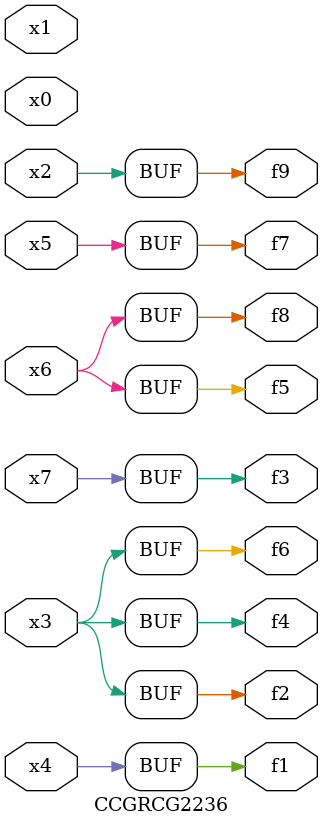
<source format=v>
module CCGRCG2236(
	input x0, x1, x2, x3, x4, x5, x6, x7,
	output f1, f2, f3, f4, f5, f6, f7, f8, f9
);
	assign f1 = x4;
	assign f2 = x3;
	assign f3 = x7;
	assign f4 = x3;
	assign f5 = x6;
	assign f6 = x3;
	assign f7 = x5;
	assign f8 = x6;
	assign f9 = x2;
endmodule

</source>
